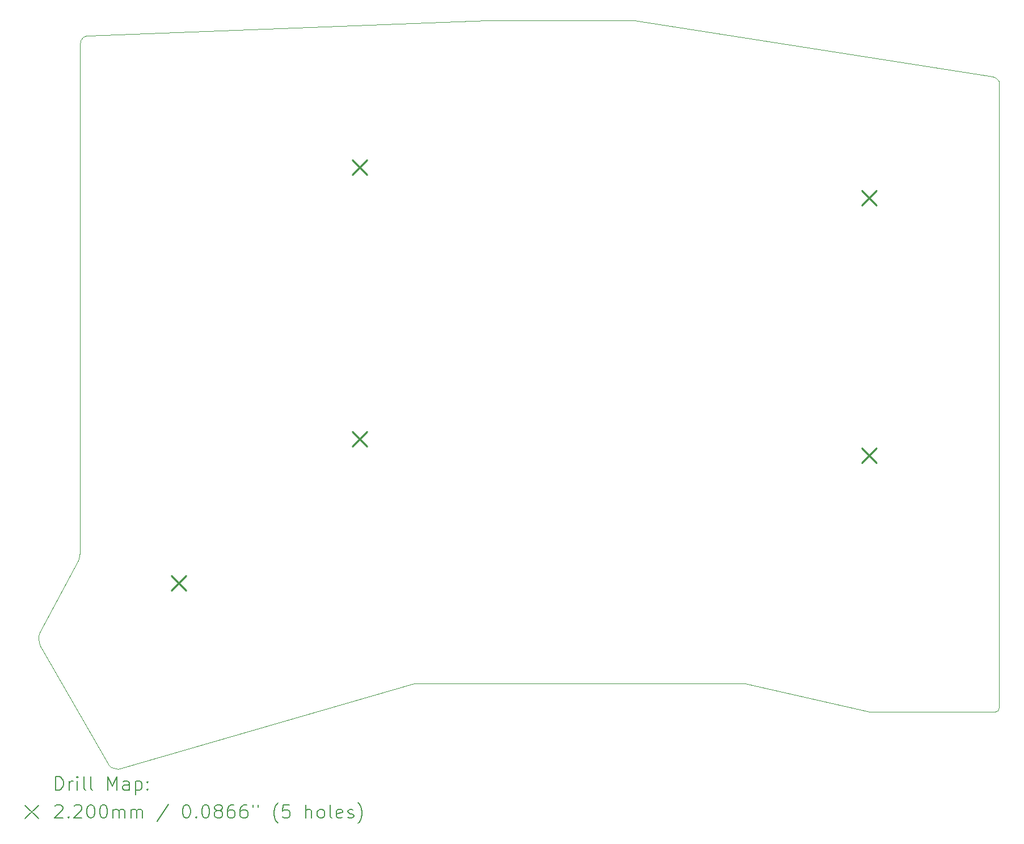
<source format=gbr>
%TF.GenerationSoftware,KiCad,Pcbnew,(6.0.11-0)*%
%TF.CreationDate,2023-05-27T14:14:39+01:00*%
%TF.ProjectId,SofleKeyboardBottomPlate,536f666c-654b-4657-9962-6f617264426f,rev?*%
%TF.SameCoordinates,Original*%
%TF.FileFunction,Drillmap*%
%TF.FilePolarity,Positive*%
%FSLAX45Y45*%
G04 Gerber Fmt 4.5, Leading zero omitted, Abs format (unit mm)*
G04 Created by KiCad (PCBNEW (6.0.11-0)) date 2023-05-27 14:14:39*
%MOMM*%
%LPD*%
G01*
G04 APERTURE LIST*
%ADD10C,0.100000*%
%ADD11C,0.200000*%
%ADD12C,0.220000*%
G04 APERTURE END LIST*
D10*
X22600888Y-4467281D02*
X22609528Y-4485367D01*
X9327500Y-14687500D02*
X8302500Y-12907500D01*
X17167500Y-3567500D02*
X22520044Y-4412015D01*
X8900026Y-11507500D02*
X8892500Y-11572500D01*
X9407500Y-14732500D02*
X9462500Y-14742500D01*
X8287500Y-12857500D02*
X8282500Y-12797500D01*
X9362500Y-14717500D02*
X9407500Y-14732500D01*
X22540211Y-4417178D02*
X22558687Y-4425647D01*
X8902226Y-3892026D02*
X8908938Y-3870401D01*
X8899886Y-3915243D02*
X8902226Y-3892026D01*
X8892500Y-11572500D02*
X8872500Y-11632500D01*
X8282500Y-12797500D02*
X8282500Y-12757500D01*
X9327500Y-14687500D02*
X9362500Y-14717500D01*
X22520044Y-4412015D02*
X22540211Y-4417178D01*
X22614938Y-4504957D02*
X22616818Y-4525690D01*
X8292500Y-12707500D02*
X8872500Y-11632500D01*
X8908938Y-3870401D02*
X8919559Y-3850833D01*
X8950675Y-3819716D02*
X8970244Y-3809094D01*
X22609528Y-4485367D02*
X22614938Y-4504957D01*
X14972500Y-3567500D02*
X9015085Y-3800040D01*
X8302500Y-12907500D02*
X8287500Y-12857500D01*
X8919559Y-3850833D02*
X8933626Y-3833783D01*
X8282500Y-12757500D02*
X8292500Y-12707500D01*
X8933626Y-3833783D02*
X8950675Y-3819716D01*
X13887913Y-13467500D02*
X9462500Y-14742500D01*
X8991868Y-3802381D02*
X9015085Y-3800040D01*
X22575162Y-4437060D02*
X22589332Y-4451058D01*
X8970244Y-3809094D02*
X8991868Y-3802381D01*
X14972500Y-3567500D02*
X17167500Y-3567500D01*
X22589332Y-4451058D02*
X22600888Y-4467281D01*
X8900026Y-11507500D02*
X8899886Y-3915243D01*
X22558687Y-4425647D02*
X22575162Y-4437060D01*
X13887913Y-13467500D02*
X18822190Y-13467300D01*
X20683220Y-13893282D02*
X18822190Y-13467300D01*
X22616818Y-4525690D02*
X22616670Y-13836397D01*
X22559264Y-13893288D02*
G75*
G03*
X22616670Y-13836397I506J56898D01*
G01*
X22559264Y-13893282D02*
X20683220Y-13893282D01*
D11*
D12*
X10262500Y-11857500D02*
X10482500Y-12077500D01*
X10482500Y-11857500D02*
X10262500Y-12077500D01*
X12962500Y-5657500D02*
X13182500Y-5877500D01*
X13182500Y-5657500D02*
X12962500Y-5877500D01*
X12962500Y-9707500D02*
X13182500Y-9927500D01*
X13182500Y-9707500D02*
X12962500Y-9927500D01*
X20562500Y-6107500D02*
X20782500Y-6327500D01*
X20782500Y-6107500D02*
X20562500Y-6327500D01*
X20562500Y-9957500D02*
X20782500Y-10177500D01*
X20782500Y-9957500D02*
X20562500Y-10177500D01*
D11*
X8535119Y-15057976D02*
X8535119Y-14857976D01*
X8582738Y-14857976D01*
X8611310Y-14867500D01*
X8630357Y-14886548D01*
X8639881Y-14905595D01*
X8649405Y-14943690D01*
X8649405Y-14972262D01*
X8639881Y-15010357D01*
X8630357Y-15029405D01*
X8611310Y-15048452D01*
X8582738Y-15057976D01*
X8535119Y-15057976D01*
X8735119Y-15057976D02*
X8735119Y-14924643D01*
X8735119Y-14962738D02*
X8744643Y-14943690D01*
X8754167Y-14934167D01*
X8773214Y-14924643D01*
X8792262Y-14924643D01*
X8858929Y-15057976D02*
X8858929Y-14924643D01*
X8858929Y-14857976D02*
X8849405Y-14867500D01*
X8858929Y-14877024D01*
X8868452Y-14867500D01*
X8858929Y-14857976D01*
X8858929Y-14877024D01*
X8982738Y-15057976D02*
X8963690Y-15048452D01*
X8954167Y-15029405D01*
X8954167Y-14857976D01*
X9087500Y-15057976D02*
X9068452Y-15048452D01*
X9058929Y-15029405D01*
X9058929Y-14857976D01*
X9316071Y-15057976D02*
X9316071Y-14857976D01*
X9382738Y-15000833D01*
X9449405Y-14857976D01*
X9449405Y-15057976D01*
X9630357Y-15057976D02*
X9630357Y-14953214D01*
X9620833Y-14934167D01*
X9601786Y-14924643D01*
X9563690Y-14924643D01*
X9544643Y-14934167D01*
X9630357Y-15048452D02*
X9611310Y-15057976D01*
X9563690Y-15057976D01*
X9544643Y-15048452D01*
X9535119Y-15029405D01*
X9535119Y-15010357D01*
X9544643Y-14991309D01*
X9563690Y-14981786D01*
X9611310Y-14981786D01*
X9630357Y-14972262D01*
X9725595Y-14924643D02*
X9725595Y-15124643D01*
X9725595Y-14934167D02*
X9744643Y-14924643D01*
X9782738Y-14924643D01*
X9801786Y-14934167D01*
X9811310Y-14943690D01*
X9820833Y-14962738D01*
X9820833Y-15019881D01*
X9811310Y-15038928D01*
X9801786Y-15048452D01*
X9782738Y-15057976D01*
X9744643Y-15057976D01*
X9725595Y-15048452D01*
X9906548Y-15038928D02*
X9916071Y-15048452D01*
X9906548Y-15057976D01*
X9897024Y-15048452D01*
X9906548Y-15038928D01*
X9906548Y-15057976D01*
X9906548Y-14934167D02*
X9916071Y-14943690D01*
X9906548Y-14953214D01*
X9897024Y-14943690D01*
X9906548Y-14934167D01*
X9906548Y-14953214D01*
X8077500Y-15287500D02*
X8277500Y-15487500D01*
X8277500Y-15287500D02*
X8077500Y-15487500D01*
X8525595Y-15297024D02*
X8535119Y-15287500D01*
X8554167Y-15277976D01*
X8601786Y-15277976D01*
X8620833Y-15287500D01*
X8630357Y-15297024D01*
X8639881Y-15316071D01*
X8639881Y-15335119D01*
X8630357Y-15363690D01*
X8516071Y-15477976D01*
X8639881Y-15477976D01*
X8725595Y-15458928D02*
X8735119Y-15468452D01*
X8725595Y-15477976D01*
X8716071Y-15468452D01*
X8725595Y-15458928D01*
X8725595Y-15477976D01*
X8811310Y-15297024D02*
X8820833Y-15287500D01*
X8839881Y-15277976D01*
X8887500Y-15277976D01*
X8906548Y-15287500D01*
X8916071Y-15297024D01*
X8925595Y-15316071D01*
X8925595Y-15335119D01*
X8916071Y-15363690D01*
X8801786Y-15477976D01*
X8925595Y-15477976D01*
X9049405Y-15277976D02*
X9068452Y-15277976D01*
X9087500Y-15287500D01*
X9097024Y-15297024D01*
X9106548Y-15316071D01*
X9116071Y-15354167D01*
X9116071Y-15401786D01*
X9106548Y-15439881D01*
X9097024Y-15458928D01*
X9087500Y-15468452D01*
X9068452Y-15477976D01*
X9049405Y-15477976D01*
X9030357Y-15468452D01*
X9020833Y-15458928D01*
X9011310Y-15439881D01*
X9001786Y-15401786D01*
X9001786Y-15354167D01*
X9011310Y-15316071D01*
X9020833Y-15297024D01*
X9030357Y-15287500D01*
X9049405Y-15277976D01*
X9239881Y-15277976D02*
X9258929Y-15277976D01*
X9277976Y-15287500D01*
X9287500Y-15297024D01*
X9297024Y-15316071D01*
X9306548Y-15354167D01*
X9306548Y-15401786D01*
X9297024Y-15439881D01*
X9287500Y-15458928D01*
X9277976Y-15468452D01*
X9258929Y-15477976D01*
X9239881Y-15477976D01*
X9220833Y-15468452D01*
X9211310Y-15458928D01*
X9201786Y-15439881D01*
X9192262Y-15401786D01*
X9192262Y-15354167D01*
X9201786Y-15316071D01*
X9211310Y-15297024D01*
X9220833Y-15287500D01*
X9239881Y-15277976D01*
X9392262Y-15477976D02*
X9392262Y-15344643D01*
X9392262Y-15363690D02*
X9401786Y-15354167D01*
X9420833Y-15344643D01*
X9449405Y-15344643D01*
X9468452Y-15354167D01*
X9477976Y-15373214D01*
X9477976Y-15477976D01*
X9477976Y-15373214D02*
X9487500Y-15354167D01*
X9506548Y-15344643D01*
X9535119Y-15344643D01*
X9554167Y-15354167D01*
X9563690Y-15373214D01*
X9563690Y-15477976D01*
X9658929Y-15477976D02*
X9658929Y-15344643D01*
X9658929Y-15363690D02*
X9668452Y-15354167D01*
X9687500Y-15344643D01*
X9716071Y-15344643D01*
X9735119Y-15354167D01*
X9744643Y-15373214D01*
X9744643Y-15477976D01*
X9744643Y-15373214D02*
X9754167Y-15354167D01*
X9773214Y-15344643D01*
X9801786Y-15344643D01*
X9820833Y-15354167D01*
X9830357Y-15373214D01*
X9830357Y-15477976D01*
X10220833Y-15268452D02*
X10049405Y-15525595D01*
X10477976Y-15277976D02*
X10497024Y-15277976D01*
X10516071Y-15287500D01*
X10525595Y-15297024D01*
X10535119Y-15316071D01*
X10544643Y-15354167D01*
X10544643Y-15401786D01*
X10535119Y-15439881D01*
X10525595Y-15458928D01*
X10516071Y-15468452D01*
X10497024Y-15477976D01*
X10477976Y-15477976D01*
X10458929Y-15468452D01*
X10449405Y-15458928D01*
X10439881Y-15439881D01*
X10430357Y-15401786D01*
X10430357Y-15354167D01*
X10439881Y-15316071D01*
X10449405Y-15297024D01*
X10458929Y-15287500D01*
X10477976Y-15277976D01*
X10630357Y-15458928D02*
X10639881Y-15468452D01*
X10630357Y-15477976D01*
X10620833Y-15468452D01*
X10630357Y-15458928D01*
X10630357Y-15477976D01*
X10763690Y-15277976D02*
X10782738Y-15277976D01*
X10801786Y-15287500D01*
X10811310Y-15297024D01*
X10820833Y-15316071D01*
X10830357Y-15354167D01*
X10830357Y-15401786D01*
X10820833Y-15439881D01*
X10811310Y-15458928D01*
X10801786Y-15468452D01*
X10782738Y-15477976D01*
X10763690Y-15477976D01*
X10744643Y-15468452D01*
X10735119Y-15458928D01*
X10725595Y-15439881D01*
X10716071Y-15401786D01*
X10716071Y-15354167D01*
X10725595Y-15316071D01*
X10735119Y-15297024D01*
X10744643Y-15287500D01*
X10763690Y-15277976D01*
X10944643Y-15363690D02*
X10925595Y-15354167D01*
X10916071Y-15344643D01*
X10906548Y-15325595D01*
X10906548Y-15316071D01*
X10916071Y-15297024D01*
X10925595Y-15287500D01*
X10944643Y-15277976D01*
X10982738Y-15277976D01*
X11001786Y-15287500D01*
X11011310Y-15297024D01*
X11020833Y-15316071D01*
X11020833Y-15325595D01*
X11011310Y-15344643D01*
X11001786Y-15354167D01*
X10982738Y-15363690D01*
X10944643Y-15363690D01*
X10925595Y-15373214D01*
X10916071Y-15382738D01*
X10906548Y-15401786D01*
X10906548Y-15439881D01*
X10916071Y-15458928D01*
X10925595Y-15468452D01*
X10944643Y-15477976D01*
X10982738Y-15477976D01*
X11001786Y-15468452D01*
X11011310Y-15458928D01*
X11020833Y-15439881D01*
X11020833Y-15401786D01*
X11011310Y-15382738D01*
X11001786Y-15373214D01*
X10982738Y-15363690D01*
X11192262Y-15277976D02*
X11154167Y-15277976D01*
X11135119Y-15287500D01*
X11125595Y-15297024D01*
X11106548Y-15325595D01*
X11097024Y-15363690D01*
X11097024Y-15439881D01*
X11106548Y-15458928D01*
X11116071Y-15468452D01*
X11135119Y-15477976D01*
X11173214Y-15477976D01*
X11192262Y-15468452D01*
X11201786Y-15458928D01*
X11211309Y-15439881D01*
X11211309Y-15392262D01*
X11201786Y-15373214D01*
X11192262Y-15363690D01*
X11173214Y-15354167D01*
X11135119Y-15354167D01*
X11116071Y-15363690D01*
X11106548Y-15373214D01*
X11097024Y-15392262D01*
X11382738Y-15277976D02*
X11344643Y-15277976D01*
X11325595Y-15287500D01*
X11316071Y-15297024D01*
X11297024Y-15325595D01*
X11287500Y-15363690D01*
X11287500Y-15439881D01*
X11297024Y-15458928D01*
X11306548Y-15468452D01*
X11325595Y-15477976D01*
X11363690Y-15477976D01*
X11382738Y-15468452D01*
X11392262Y-15458928D01*
X11401786Y-15439881D01*
X11401786Y-15392262D01*
X11392262Y-15373214D01*
X11382738Y-15363690D01*
X11363690Y-15354167D01*
X11325595Y-15354167D01*
X11306548Y-15363690D01*
X11297024Y-15373214D01*
X11287500Y-15392262D01*
X11477976Y-15277976D02*
X11477976Y-15316071D01*
X11554167Y-15277976D02*
X11554167Y-15316071D01*
X11849405Y-15554167D02*
X11839881Y-15544643D01*
X11820833Y-15516071D01*
X11811309Y-15497024D01*
X11801786Y-15468452D01*
X11792262Y-15420833D01*
X11792262Y-15382738D01*
X11801786Y-15335119D01*
X11811309Y-15306548D01*
X11820833Y-15287500D01*
X11839881Y-15258928D01*
X11849405Y-15249405D01*
X12020833Y-15277976D02*
X11925595Y-15277976D01*
X11916071Y-15373214D01*
X11925595Y-15363690D01*
X11944643Y-15354167D01*
X11992262Y-15354167D01*
X12011309Y-15363690D01*
X12020833Y-15373214D01*
X12030357Y-15392262D01*
X12030357Y-15439881D01*
X12020833Y-15458928D01*
X12011309Y-15468452D01*
X11992262Y-15477976D01*
X11944643Y-15477976D01*
X11925595Y-15468452D01*
X11916071Y-15458928D01*
X12268452Y-15477976D02*
X12268452Y-15277976D01*
X12354167Y-15477976D02*
X12354167Y-15373214D01*
X12344643Y-15354167D01*
X12325595Y-15344643D01*
X12297024Y-15344643D01*
X12277976Y-15354167D01*
X12268452Y-15363690D01*
X12477976Y-15477976D02*
X12458928Y-15468452D01*
X12449405Y-15458928D01*
X12439881Y-15439881D01*
X12439881Y-15382738D01*
X12449405Y-15363690D01*
X12458928Y-15354167D01*
X12477976Y-15344643D01*
X12506548Y-15344643D01*
X12525595Y-15354167D01*
X12535119Y-15363690D01*
X12544643Y-15382738D01*
X12544643Y-15439881D01*
X12535119Y-15458928D01*
X12525595Y-15468452D01*
X12506548Y-15477976D01*
X12477976Y-15477976D01*
X12658928Y-15477976D02*
X12639881Y-15468452D01*
X12630357Y-15449405D01*
X12630357Y-15277976D01*
X12811309Y-15468452D02*
X12792262Y-15477976D01*
X12754167Y-15477976D01*
X12735119Y-15468452D01*
X12725595Y-15449405D01*
X12725595Y-15373214D01*
X12735119Y-15354167D01*
X12754167Y-15344643D01*
X12792262Y-15344643D01*
X12811309Y-15354167D01*
X12820833Y-15373214D01*
X12820833Y-15392262D01*
X12725595Y-15411309D01*
X12897024Y-15468452D02*
X12916071Y-15477976D01*
X12954167Y-15477976D01*
X12973214Y-15468452D01*
X12982738Y-15449405D01*
X12982738Y-15439881D01*
X12973214Y-15420833D01*
X12954167Y-15411309D01*
X12925595Y-15411309D01*
X12906548Y-15401786D01*
X12897024Y-15382738D01*
X12897024Y-15373214D01*
X12906548Y-15354167D01*
X12925595Y-15344643D01*
X12954167Y-15344643D01*
X12973214Y-15354167D01*
X13049405Y-15554167D02*
X13058928Y-15544643D01*
X13077976Y-15516071D01*
X13087500Y-15497024D01*
X13097024Y-15468452D01*
X13106548Y-15420833D01*
X13106548Y-15382738D01*
X13097024Y-15335119D01*
X13087500Y-15306548D01*
X13077976Y-15287500D01*
X13058928Y-15258928D01*
X13049405Y-15249405D01*
M02*

</source>
